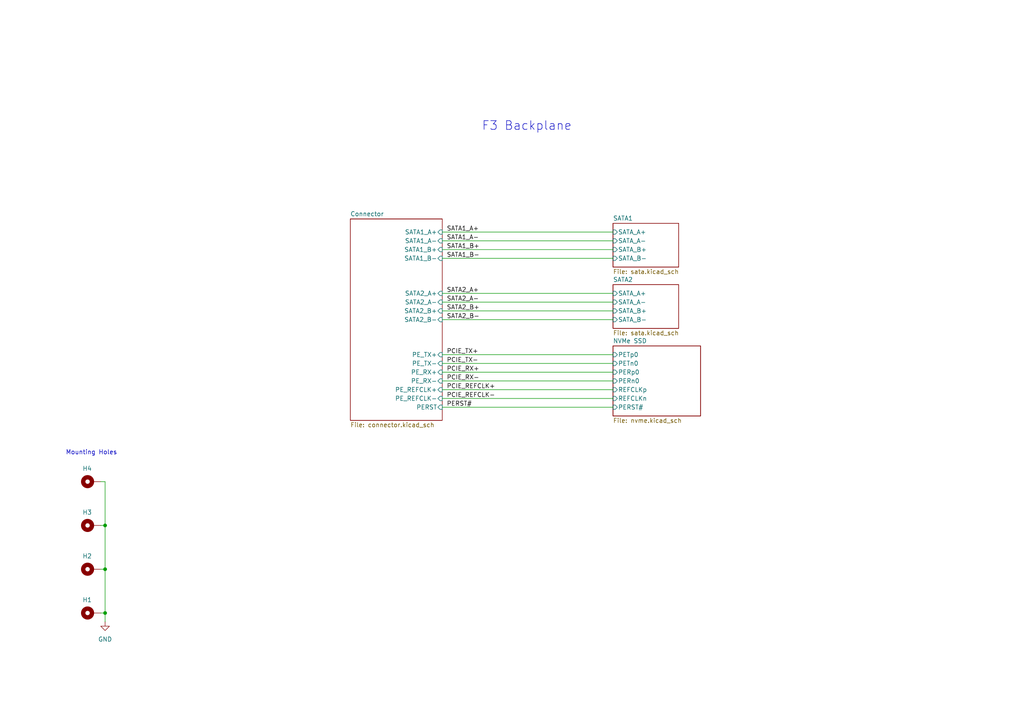
<source format=kicad_sch>
(kicad_sch
	(version 20250114)
	(generator "eeschema")
	(generator_version "9.0")
	(uuid "a299def6-d097-4d1a-85e0-73dfb51409a1")
	(paper "A4")
	(title_block
		(title "F3 Backplane")
		(rev "1.0")
	)
	(lib_symbols
		(symbol "Mechanical:MountingHole_Pad"
			(pin_numbers
				(hide yes)
			)
			(pin_names
				(offset 1.016)
				(hide yes)
			)
			(exclude_from_sim no)
			(in_bom yes)
			(on_board yes)
			(property "Reference" "H"
				(at 0 6.35 0)
				(effects
					(font
						(size 1.27 1.27)
					)
				)
			)
			(property "Value" "MountingHole_Pad"
				(at 0 4.445 0)
				(effects
					(font
						(size 1.27 1.27)
					)
				)
			)
			(property "Footprint" ""
				(at 0 0 0)
				(effects
					(font
						(size 1.27 1.27)
					)
					(hide yes)
				)
			)
			(property "Datasheet" "~"
				(at 0 0 0)
				(effects
					(font
						(size 1.27 1.27)
					)
					(hide yes)
				)
			)
			(property "Description" "Mounting Hole with connection"
				(at 0 0 0)
				(effects
					(font
						(size 1.27 1.27)
					)
					(hide yes)
				)
			)
			(property "ki_keywords" "mounting hole"
				(at 0 0 0)
				(effects
					(font
						(size 1.27 1.27)
					)
					(hide yes)
				)
			)
			(property "ki_fp_filters" "MountingHole*Pad*"
				(at 0 0 0)
				(effects
					(font
						(size 1.27 1.27)
					)
					(hide yes)
				)
			)
			(symbol "MountingHole_Pad_0_1"
				(circle
					(center 0 1.27)
					(radius 1.27)
					(stroke
						(width 1.27)
						(type default)
					)
					(fill
						(type none)
					)
				)
			)
			(symbol "MountingHole_Pad_1_1"
				(pin input line
					(at 0 -2.54 90)
					(length 2.54)
					(name "1"
						(effects
							(font
								(size 1.27 1.27)
							)
						)
					)
					(number "1"
						(effects
							(font
								(size 1.27 1.27)
							)
						)
					)
				)
			)
			(embedded_fonts no)
		)
		(symbol "MountingHole_Pad_1"
			(pin_numbers
				(hide yes)
			)
			(pin_names
				(offset 1.016)
				(hide yes)
			)
			(exclude_from_sim no)
			(in_bom yes)
			(on_board yes)
			(property "Reference" "H"
				(at 0 6.35 0)
				(effects
					(font
						(size 1.27 1.27)
					)
				)
			)
			(property "Value" "MountingHole_Pad"
				(at 0 4.445 0)
				(effects
					(font
						(size 1.27 1.27)
					)
				)
			)
			(property "Footprint" ""
				(at 0 0 0)
				(effects
					(font
						(size 1.27 1.27)
					)
					(hide yes)
				)
			)
			(property "Datasheet" "~"
				(at 0 0 0)
				(effects
					(font
						(size 1.27 1.27)
					)
					(hide yes)
				)
			)
			(property "Description" "Mounting Hole with connection"
				(at 0 0 0)
				(effects
					(font
						(size 1.27 1.27)
					)
					(hide yes)
				)
			)
			(property "ki_keywords" "mounting hole"
				(at 0 0 0)
				(effects
					(font
						(size 1.27 1.27)
					)
					(hide yes)
				)
			)
			(property "ki_fp_filters" "MountingHole*Pad*"
				(at 0 0 0)
				(effects
					(font
						(size 1.27 1.27)
					)
					(hide yes)
				)
			)
			(symbol "MountingHole_Pad_1_0_1"
				(circle
					(center 0 1.27)
					(radius 1.27)
					(stroke
						(width 1.27)
						(type default)
					)
					(fill
						(type none)
					)
				)
			)
			(symbol "MountingHole_Pad_1_1_1"
				(pin input line
					(at 0 -2.54 90)
					(length 2.54)
					(name "1"
						(effects
							(font
								(size 1.27 1.27)
							)
						)
					)
					(number "1"
						(effects
							(font
								(size 1.27 1.27)
							)
						)
					)
				)
			)
			(embedded_fonts no)
		)
		(symbol "MountingHole_Pad_2"
			(pin_numbers
				(hide yes)
			)
			(pin_names
				(offset 1.016)
				(hide yes)
			)
			(exclude_from_sim no)
			(in_bom yes)
			(on_board yes)
			(property "Reference" "H"
				(at 0 6.35 0)
				(effects
					(font
						(size 1.27 1.27)
					)
				)
			)
			(property "Value" "MountingHole_Pad"
				(at 0 4.445 0)
				(effects
					(font
						(size 1.27 1.27)
					)
				)
			)
			(property "Footprint" ""
				(at 0 0 0)
				(effects
					(font
						(size 1.27 1.27)
					)
					(hide yes)
				)
			)
			(property "Datasheet" "~"
				(at 0 0 0)
				(effects
					(font
						(size 1.27 1.27)
					)
					(hide yes)
				)
			)
			(property "Description" "Mounting Hole with connection"
				(at 0 0 0)
				(effects
					(font
						(size 1.27 1.27)
					)
					(hide yes)
				)
			)
			(property "ki_keywords" "mounting hole"
				(at 0 0 0)
				(effects
					(font
						(size 1.27 1.27)
					)
					(hide yes)
				)
			)
			(property "ki_fp_filters" "MountingHole*Pad*"
				(at 0 0 0)
				(effects
					(font
						(size 1.27 1.27)
					)
					(hide yes)
				)
			)
			(symbol "MountingHole_Pad_2_0_1"
				(circle
					(center 0 1.27)
					(radius 1.27)
					(stroke
						(width 1.27)
						(type default)
					)
					(fill
						(type none)
					)
				)
			)
			(symbol "MountingHole_Pad_2_1_1"
				(pin input line
					(at 0 -2.54 90)
					(length 2.54)
					(name "1"
						(effects
							(font
								(size 1.27 1.27)
							)
						)
					)
					(number "1"
						(effects
							(font
								(size 1.27 1.27)
							)
						)
					)
				)
			)
			(embedded_fonts no)
		)
		(symbol "MountingHole_Pad_3"
			(pin_numbers
				(hide yes)
			)
			(pin_names
				(offset 1.016)
				(hide yes)
			)
			(exclude_from_sim no)
			(in_bom yes)
			(on_board yes)
			(property "Reference" "H"
				(at 0 6.35 0)
				(effects
					(font
						(size 1.27 1.27)
					)
				)
			)
			(property "Value" "MountingHole_Pad"
				(at 0 4.445 0)
				(effects
					(font
						(size 1.27 1.27)
					)
				)
			)
			(property "Footprint" ""
				(at 0 0 0)
				(effects
					(font
						(size 1.27 1.27)
					)
					(hide yes)
				)
			)
			(property "Datasheet" "~"
				(at 0 0 0)
				(effects
					(font
						(size 1.27 1.27)
					)
					(hide yes)
				)
			)
			(property "Description" "Mounting Hole with connection"
				(at 0 0 0)
				(effects
					(font
						(size 1.27 1.27)
					)
					(hide yes)
				)
			)
			(property "ki_keywords" "mounting hole"
				(at 0 0 0)
				(effects
					(font
						(size 1.27 1.27)
					)
					(hide yes)
				)
			)
			(property "ki_fp_filters" "MountingHole*Pad*"
				(at 0 0 0)
				(effects
					(font
						(size 1.27 1.27)
					)
					(hide yes)
				)
			)
			(symbol "MountingHole_Pad_3_0_1"
				(circle
					(center 0 1.27)
					(radius 1.27)
					(stroke
						(width 1.27)
						(type default)
					)
					(fill
						(type none)
					)
				)
			)
			(symbol "MountingHole_Pad_3_1_1"
				(pin input line
					(at 0 -2.54 90)
					(length 2.54)
					(name "1"
						(effects
							(font
								(size 1.27 1.27)
							)
						)
					)
					(number "1"
						(effects
							(font
								(size 1.27 1.27)
							)
						)
					)
				)
			)
			(embedded_fonts no)
		)
		(symbol "power:GND"
			(power)
			(pin_names
				(offset 0)
			)
			(exclude_from_sim no)
			(in_bom yes)
			(on_board yes)
			(property "Reference" "#PWR"
				(at 0 -6.35 0)
				(effects
					(font
						(size 1.27 1.27)
					)
					(hide yes)
				)
			)
			(property "Value" "GND"
				(at 0 -3.81 0)
				(effects
					(font
						(size 1.27 1.27)
					)
				)
			)
			(property "Footprint" ""
				(at 0 0 0)
				(effects
					(font
						(size 1.27 1.27)
					)
					(hide yes)
				)
			)
			(property "Datasheet" ""
				(at 0 0 0)
				(effects
					(font
						(size 1.27 1.27)
					)
					(hide yes)
				)
			)
			(property "Description" "Power symbol creates a global label with name \"GND\" , ground"
				(at 0 0 0)
				(effects
					(font
						(size 1.27 1.27)
					)
					(hide yes)
				)
			)
			(property "ki_keywords" "global power"
				(at 0 0 0)
				(effects
					(font
						(size 1.27 1.27)
					)
					(hide yes)
				)
			)
			(symbol "GND_0_1"
				(polyline
					(pts
						(xy 0 0) (xy 0 -1.27) (xy 1.27 -1.27) (xy 0 -2.54) (xy -1.27 -1.27) (xy 0 -1.27)
					)
					(stroke
						(width 0)
						(type default)
					)
					(fill
						(type none)
					)
				)
			)
			(symbol "GND_1_1"
				(pin power_in line
					(at 0 0 270)
					(length 0)
					(hide yes)
					(name "GND"
						(effects
							(font
								(size 1.27 1.27)
							)
						)
					)
					(number "1"
						(effects
							(font
								(size 1.27 1.27)
							)
						)
					)
				)
			)
			(embedded_fonts no)
		)
	)
	(text "F3 Backplane"
		(exclude_from_sim no)
		(at 139.7 38.1 0)
		(effects
			(font
				(size 2.54 2.54)
			)
			(justify left bottom)
		)
		(uuid "336255f3-6335-48c6-b07e-19221b935430")
	)
	(text "Mounting Holes"
		(exclude_from_sim no)
		(at 19.05 132.08 0)
		(effects
			(font
				(size 1.27 1.27)
			)
			(justify left bottom)
		)
		(uuid "81fc4dc8-5d03-4107-b21d-a5337dfe8c28")
	)
	(junction
		(at 30.48 177.8)
		(diameter 0)
		(color 0 0 0 0)
		(uuid "7e15609c-fd22-4bba-a34a-3ef203b9898b")
	)
	(junction
		(at 30.48 152.4)
		(diameter 0)
		(color 0 0 0 0)
		(uuid "c0206a0c-e429-4a27-81a7-51159c5d424e")
	)
	(junction
		(at 30.48 165.1)
		(diameter 0)
		(color 0 0 0 0)
		(uuid "da06bb3c-4518-4b17-b11c-de13595af037")
	)
	(wire
		(pts
			(xy 30.48 139.7) (xy 30.48 152.4)
		)
		(stroke
			(width 0)
			(type default)
		)
		(uuid "08249e59-dc03-4b93-b7d3-50ad60b4b86d")
	)
	(wire
		(pts
			(xy 128.27 85.09) (xy 177.8 85.09)
		)
		(stroke
			(width 0)
			(type default)
		)
		(uuid "0f6bda05-2862-411e-a138-b7d9e27fc9d8")
	)
	(wire
		(pts
			(xy 128.27 67.31) (xy 177.8 67.31)
		)
		(stroke
			(width 0)
			(type default)
		)
		(uuid "198e2a59-f3ab-41e3-8b77-21cf7c27ec71")
	)
	(wire
		(pts
			(xy 128.27 92.71) (xy 177.8 92.71)
		)
		(stroke
			(width 0)
			(type default)
		)
		(uuid "313218c1-2b24-4ce3-b2ae-b37db7e5f032")
	)
	(wire
		(pts
			(xy 29.21 152.4) (xy 30.48 152.4)
		)
		(stroke
			(width 0)
			(type default)
		)
		(uuid "32e3cd1d-f1df-4791-ba60-93e4e50446ca")
	)
	(wire
		(pts
			(xy 128.27 107.95) (xy 177.8 107.95)
		)
		(stroke
			(width 0)
			(type default)
		)
		(uuid "3dbb3a83-733c-404f-995b-0a694f90565a")
	)
	(wire
		(pts
			(xy 128.27 74.93) (xy 177.8 74.93)
		)
		(stroke
			(width 0)
			(type default)
		)
		(uuid "6e8394c1-3bda-4a1e-9521-c9e036b711fc")
	)
	(wire
		(pts
			(xy 128.27 118.11) (xy 177.8 118.11)
		)
		(stroke
			(width 0)
			(type default)
		)
		(uuid "70c41de2-c256-424a-8211-ea60427cb6f2")
	)
	(wire
		(pts
			(xy 29.21 165.1) (xy 30.48 165.1)
		)
		(stroke
			(width 0)
			(type default)
		)
		(uuid "7fa220f3-2cb2-49e2-9be7-d1213ba6d1bb")
	)
	(wire
		(pts
			(xy 30.48 180.34) (xy 30.48 177.8)
		)
		(stroke
			(width 0)
			(type default)
		)
		(uuid "84257797-1ad9-45ea-bef8-8c70af20fff0")
	)
	(wire
		(pts
			(xy 30.48 165.1) (xy 30.48 177.8)
		)
		(stroke
			(width 0)
			(type default)
		)
		(uuid "8470bb92-2fd4-4396-8436-591614a7e5fb")
	)
	(wire
		(pts
			(xy 128.27 90.17) (xy 177.8 90.17)
		)
		(stroke
			(width 0)
			(type default)
		)
		(uuid "95b83967-a9c9-43b5-b276-7c6b3cf31090")
	)
	(wire
		(pts
			(xy 128.27 110.49) (xy 177.8 110.49)
		)
		(stroke
			(width 0)
			(type default)
		)
		(uuid "a27c333d-7d95-4c8a-8965-369a3f3048d4")
	)
	(wire
		(pts
			(xy 128.27 115.57) (xy 177.8 115.57)
		)
		(stroke
			(width 0)
			(type default)
		)
		(uuid "a9330df0-d6b5-43e0-8c9c-0fbf1c60b5f7")
	)
	(wire
		(pts
			(xy 128.27 69.85) (xy 177.8 69.85)
		)
		(stroke
			(width 0)
			(type default)
		)
		(uuid "b7901eab-283a-479e-bf6b-ac086d5f808d")
	)
	(wire
		(pts
			(xy 29.21 177.8) (xy 30.48 177.8)
		)
		(stroke
			(width 0)
			(type default)
		)
		(uuid "c0e858bf-2799-49b0-889c-88ea3bfab2f6")
	)
	(wire
		(pts
			(xy 30.48 152.4) (xy 30.48 165.1)
		)
		(stroke
			(width 0)
			(type default)
		)
		(uuid "c81f8fbd-442b-430e-aab4-5421f9a2d4a1")
	)
	(wire
		(pts
			(xy 128.27 72.39) (xy 177.8 72.39)
		)
		(stroke
			(width 0)
			(type default)
		)
		(uuid "cfcd9746-1671-4151-972b-3e72c0e5b5ff")
	)
	(wire
		(pts
			(xy 29.21 139.7) (xy 30.48 139.7)
		)
		(stroke
			(width 0)
			(type default)
		)
		(uuid "d484baa4-0c3f-4495-8d94-d85cb49fa36f")
	)
	(wire
		(pts
			(xy 128.27 102.87) (xy 177.8 102.87)
		)
		(stroke
			(width 0)
			(type default)
		)
		(uuid "e69edbc1-2900-462c-ae0f-7a12cd827ee8")
	)
	(wire
		(pts
			(xy 128.27 105.41) (xy 177.8 105.41)
		)
		(stroke
			(width 0)
			(type default)
		)
		(uuid "ed4fef79-6142-4c63-a9b3-c4a6cb621cff")
	)
	(wire
		(pts
			(xy 128.27 87.63) (xy 177.8 87.63)
		)
		(stroke
			(width 0)
			(type default)
		)
		(uuid "f3e9128f-17d0-4b38-8327-940e626ce96c")
	)
	(wire
		(pts
			(xy 128.27 113.03) (xy 177.8 113.03)
		)
		(stroke
			(width 0)
			(type default)
		)
		(uuid "fe09258f-2f88-4c3e-a72f-6288fd42424c")
	)
	(label "PCIE_RX-"
		(at 129.54 110.49 0)
		(effects
			(font
				(size 1.27 1.27)
			)
			(justify left bottom)
		)
		(uuid "1dbb8529-ea86-4e16-b802-b7520348c093")
	)
	(label "PCIE_TX-"
		(at 129.54 105.41 0)
		(effects
			(font
				(size 1.27 1.27)
			)
			(justify left bottom)
		)
		(uuid "1fbf3a8e-cc6e-4034-aa22-fefa877e9f22")
	)
	(label "PCIE_RX+"
		(at 129.54 107.95 0)
		(effects
			(font
				(size 1.27 1.27)
			)
			(justify left bottom)
		)
		(uuid "40218129-b4d0-40c9-be32-febd5a55d2ff")
	)
	(label "SATA1_A+"
		(at 129.54 67.31 0)
		(effects
			(font
				(size 1.27 1.27)
			)
			(justify left bottom)
		)
		(uuid "40fe0574-d2c7-454c-8279-75739abae91d")
	)
	(label "SATA2_A+"
		(at 129.54 85.09 0)
		(effects
			(font
				(size 1.27 1.27)
			)
			(justify left bottom)
		)
		(uuid "4a55abc3-463c-4e4e-ae6f-2e2a7eda131c")
	)
	(label "PCIE_TX+"
		(at 129.54 102.87 0)
		(effects
			(font
				(size 1.27 1.27)
			)
			(justify left bottom)
		)
		(uuid "60447a10-3b1b-4039-b6ab-8ccbde3eda22")
	)
	(label "PCIE_REFCLK+"
		(at 129.54 113.03 0)
		(effects
			(font
				(size 1.27 1.27)
			)
			(justify left bottom)
		)
		(uuid "66ab9472-7c2f-48d2-87e1-375e93a8f225")
	)
	(label "SATA2_B-"
		(at 129.54 92.71 0)
		(effects
			(font
				(size 1.27 1.27)
			)
			(justify left bottom)
		)
		(uuid "673bb806-b9af-4a04-919a-75bc70a7a327")
	)
	(label "SATA1_A-"
		(at 129.54 69.85 0)
		(effects
			(font
				(size 1.27 1.27)
			)
			(justify left bottom)
		)
		(uuid "6a3b6e57-a02b-4e4a-9248-e659c4a48080")
	)
	(label "PCIE_REFCLK-"
		(at 129.54 115.57 0)
		(effects
			(font
				(size 1.27 1.27)
			)
			(justify left bottom)
		)
		(uuid "7b19d0dc-f6d6-4c71-8b43-497a3cbd7e74")
	)
	(label "SATA2_A-"
		(at 129.54 87.63 0)
		(effects
			(font
				(size 1.27 1.27)
			)
			(justify left bottom)
		)
		(uuid "89e7d23c-1e72-4c65-a07b-39194678ab23")
	)
	(label "PERST#"
		(at 129.54 118.11 0)
		(effects
			(font
				(size 1.27 1.27)
			)
			(justify left bottom)
		)
		(uuid "9c5b8144-edec-45ea-98b5-db944dc67bd5")
	)
	(label "SATA1_B-"
		(at 129.54 74.93 0)
		(effects
			(font
				(size 1.27 1.27)
			)
			(justify left bottom)
		)
		(uuid "a441716e-1e60-4b9a-ab86-32d5738e4fd7")
	)
	(label "SATA1_B+"
		(at 129.54 72.39 0)
		(effects
			(font
				(size 1.27 1.27)
			)
			(justify left bottom)
		)
		(uuid "a4f98e48-30c9-42fc-8afc-0c15da63d69d")
	)
	(label "SATA2_B+"
		(at 129.54 90.17 0)
		(effects
			(font
				(size 1.27 1.27)
			)
			(justify left bottom)
		)
		(uuid "f8c2c1b9-1da9-4e9c-b9bc-8b66f9615dff")
	)
	(symbol
		(lib_id "Mechanical:MountingHole_Pad")
		(at 26.67 165.1 90)
		(unit 1)
		(exclude_from_sim no)
		(in_bom no)
		(on_board yes)
		(dnp no)
		(uuid "19fe4fc9-e28e-4f11-80b4-e785af958594")
		(property "Reference" "H2"
			(at 26.67 161.29 90)
			(effects
				(font
					(size 1.27 1.27)
				)
				(justify left)
			)
		)
		(property "Value" "MountingHole_Pad"
			(at 26.67 162.56 0)
			(effects
				(font
					(size 1.27 1.27)
				)
				(justify left)
				(hide yes)
			)
		)
		(property "Footprint" "Mounting:MountingHole_3.5mm_Pad_Via_With_Alignment_Hole"
			(at 26.67 165.1 0)
			(effects
				(font
					(size 1.27 1.27)
				)
				(hide yes)
			)
		)
		(property "Datasheet" "~"
			(at 26.67 165.1 0)
			(effects
				(font
					(size 1.27 1.27)
				)
				(hide yes)
			)
		)
		(property "Description" ""
			(at 26.67 165.1 0)
			(effects
				(font
					(size 1.27 1.27)
				)
			)
		)
		(pin "1"
			(uuid "e70ff5a6-cdba-4213-aca8-85d325ad7411")
		)
		(instances
			(project "f3_backplane"
				(path "/a299def6-d097-4d1a-85e0-73dfb51409a1"
					(reference "H2")
					(unit 1)
				)
			)
		)
	)
	(symbol
		(lib_id "power:GND")
		(at 30.48 180.34 0)
		(unit 1)
		(exclude_from_sim no)
		(in_bom yes)
		(on_board yes)
		(dnp no)
		(fields_autoplaced yes)
		(uuid "5095282f-a5a4-4fce-9a80-53216088b836")
		(property "Reference" "#PWR04"
			(at 30.48 186.69 0)
			(effects
				(font
					(size 1.27 1.27)
				)
				(hide yes)
			)
		)
		(property "Value" "GND"
			(at 30.48 185.42 0)
			(effects
				(font
					(size 1.27 1.27)
				)
			)
		)
		(property "Footprint" ""
			(at 30.48 180.34 0)
			(effects
				(font
					(size 1.27 1.27)
				)
				(hide yes)
			)
		)
		(property "Datasheet" ""
			(at 30.48 180.34 0)
			(effects
				(font
					(size 1.27 1.27)
				)
				(hide yes)
			)
		)
		(property "Description" ""
			(at 30.48 180.34 0)
			(effects
				(font
					(size 1.27 1.27)
				)
			)
		)
		(pin "1"
			(uuid "4d106df8-d814-4133-be43-12f7df528c8a")
		)
		(instances
			(project "f3_backplane"
				(path "/a299def6-d097-4d1a-85e0-73dfb51409a1"
					(reference "#PWR04")
					(unit 1)
				)
			)
		)
	)
	(symbol
		(lib_name "MountingHole_Pad_3")
		(lib_id "Mechanical:MountingHole_Pad")
		(at 26.67 152.4 90)
		(unit 1)
		(exclude_from_sim no)
		(in_bom no)
		(on_board yes)
		(dnp no)
		(uuid "682abb08-faf9-4cf3-89c6-47ceb02e7d91")
		(property "Reference" "H3"
			(at 26.67 148.59 90)
			(effects
				(font
					(size 1.27 1.27)
				)
				(justify left)
			)
		)
		(property "Value" "MountingHole_Pad"
			(at 26.67 149.86 0)
			(effects
				(font
					(size 1.27 1.27)
				)
				(justify left)
				(hide yes)
			)
		)
		(property "Footprint" "Mounting:MountingHole_3.5mm_Pad_Via_With_Alignment_Hole"
			(at 26.67 152.4 0)
			(effects
				(font
					(size 1.27 1.27)
				)
				(hide yes)
			)
		)
		(property "Datasheet" "~"
			(at 26.67 152.4 0)
			(effects
				(font
					(size 1.27 1.27)
				)
				(hide yes)
			)
		)
		(property "Description" ""
			(at 26.67 152.4 0)
			(effects
				(font
					(size 1.27 1.27)
				)
			)
		)
		(pin "1"
			(uuid "cefac647-f4b2-472b-8ce7-279fdcea6404")
		)
		(instances
			(project "f3_backplane"
				(path "/a299def6-d097-4d1a-85e0-73dfb51409a1"
					(reference "H3")
					(unit 1)
				)
			)
		)
	)
	(symbol
		(lib_name "MountingHole_Pad_2")
		(lib_id "Mechanical:MountingHole_Pad")
		(at 26.67 177.8 90)
		(unit 1)
		(exclude_from_sim no)
		(in_bom no)
		(on_board yes)
		(dnp no)
		(uuid "bccd21aa-b1d5-4552-afa4-f5d9d81ebfef")
		(property "Reference" "H1"
			(at 26.67 173.99 90)
			(effects
				(font
					(size 1.27 1.27)
				)
				(justify left)
			)
		)
		(property "Value" "MountingHole_Pad"
			(at 26.67 175.26 0)
			(effects
				(font
					(size 1.27 1.27)
				)
				(justify left)
				(hide yes)
			)
		)
		(property "Footprint" "Mounting:MountingHole_3.5mm_Pad_Via_With_Alignment_Hole"
			(at 26.67 177.8 0)
			(effects
				(font
					(size 1.27 1.27)
				)
				(hide yes)
			)
		)
		(property "Datasheet" "~"
			(at 26.67 177.8 0)
			(effects
				(font
					(size 1.27 1.27)
				)
				(hide yes)
			)
		)
		(property "Description" ""
			(at 26.67 177.8 0)
			(effects
				(font
					(size 1.27 1.27)
				)
			)
		)
		(pin "1"
			(uuid "e4ccfff0-ce3a-4bbe-8d63-6943a88bd2ad")
		)
		(instances
			(project "f3_backplane"
				(path "/a299def6-d097-4d1a-85e0-73dfb51409a1"
					(reference "H1")
					(unit 1)
				)
			)
		)
	)
	(symbol
		(lib_name "MountingHole_Pad_1")
		(lib_id "Mechanical:MountingHole_Pad")
		(at 26.67 139.7 90)
		(unit 1)
		(exclude_from_sim no)
		(in_bom no)
		(on_board yes)
		(dnp no)
		(uuid "c05b5990-dcd4-42f1-b4c3-6c3f3da9ec10")
		(property "Reference" "H4"
			(at 26.67 135.89 90)
			(effects
				(font
					(size 1.27 1.27)
				)
				(justify left)
			)
		)
		(property "Value" "MountingHole_Pad"
			(at 44.45 143.51 90)
			(effects
				(font
					(size 1.27 1.27)
				)
				(justify left)
				(hide yes)
			)
		)
		(property "Footprint" "Mounting:MountingHole_3.5mm_Pad_Via_With_Alignment_Hole"
			(at 26.67 139.7 0)
			(effects
				(font
					(size 1.27 1.27)
				)
				(hide yes)
			)
		)
		(property "Datasheet" "~"
			(at 26.67 139.7 0)
			(effects
				(font
					(size 1.27 1.27)
				)
				(hide yes)
			)
		)
		(property "Description" ""
			(at 26.67 139.7 0)
			(effects
				(font
					(size 1.27 1.27)
				)
			)
		)
		(pin "1"
			(uuid "2dbd532e-67e7-4220-847b-b7fa6bf31ef3")
		)
		(instances
			(project "f3_backplane"
				(path "/a299def6-d097-4d1a-85e0-73dfb51409a1"
					(reference "H4")
					(unit 1)
				)
			)
		)
	)
	(sheet
		(at 177.8 100.33)
		(size 25.4 20.32)
		(exclude_from_sim no)
		(in_bom yes)
		(on_board yes)
		(dnp no)
		(fields_autoplaced yes)
		(stroke
			(width 0.1524)
			(type solid)
		)
		(fill
			(color 0 0 0 0.0000)
		)
		(uuid "202bb724-71cd-4616-9d27-23a22423f280")
		(property "Sheetname" "NVMe SSD"
			(at 177.8 99.6184 0)
			(effects
				(font
					(size 1.27 1.27)
				)
				(justify left bottom)
			)
		)
		(property "Sheetfile" "nvme.kicad_sch"
			(at 177.8 121.2346 0)
			(effects
				(font
					(size 1.27 1.27)
				)
				(justify left top)
			)
		)
		(pin "REFCLKp" input
			(at 177.8 113.03 180)
			(uuid "933ffe73-e5d6-49a9-9e9d-940a4575e415")
			(effects
				(font
					(size 1.27 1.27)
				)
				(justify left)
			)
		)
		(pin "REFCLKn" input
			(at 177.8 115.57 180)
			(uuid "434427a0-645b-41d2-80fa-96af6f4e95db")
			(effects
				(font
					(size 1.27 1.27)
				)
				(justify left)
			)
		)
		(pin "PETp0" input
			(at 177.8 102.87 180)
			(uuid "c958fdf2-e5f9-4c64-b088-67c52961baad")
			(effects
				(font
					(size 1.27 1.27)
				)
				(justify left)
			)
		)
		(pin "PERp0" input
			(at 177.8 107.95 180)
			(uuid "1564f54f-3e14-482f-889b-b5b71c0d20d1")
			(effects
				(font
					(size 1.27 1.27)
				)
				(justify left)
			)
		)
		(pin "PETn0" input
			(at 177.8 105.41 180)
			(uuid "5c34d32c-be7c-4cfd-beb5-ba2ec66a952e")
			(effects
				(font
					(size 1.27 1.27)
				)
				(justify left)
			)
		)
		(pin "PERn0" input
			(at 177.8 110.49 180)
			(uuid "1aad4dbc-8927-49be-b755-785e6f0cf317")
			(effects
				(font
					(size 1.27 1.27)
				)
				(justify left)
			)
		)
		(pin "PERST#" input
			(at 177.8 118.11 180)
			(uuid "a8294f84-f8f8-4c1f-9c3c-52029d5e02d2")
			(effects
				(font
					(size 1.27 1.27)
				)
				(justify left)
			)
		)
		(instances
			(project "f3_backplane"
				(path "/a299def6-d097-4d1a-85e0-73dfb51409a1"
					(page "3")
				)
			)
		)
	)
	(sheet
		(at 101.6 63.5)
		(size 26.67 58.42)
		(exclude_from_sim no)
		(in_bom yes)
		(on_board yes)
		(dnp no)
		(fields_autoplaced yes)
		(stroke
			(width 0.1524)
			(type solid)
		)
		(fill
			(color 0 0 0 0.0000)
		)
		(uuid "25826575-b045-4462-b24e-402579bc081c")
		(property "Sheetname" "Connector"
			(at 101.6 62.7884 0)
			(effects
				(font
					(size 1.27 1.27)
				)
				(justify left bottom)
			)
		)
		(property "Sheetfile" "connector.kicad_sch"
			(at 101.6 122.5046 0)
			(effects
				(font
					(size 1.27 1.27)
				)
				(justify left top)
			)
		)
		(pin "SATA1_A+" input
			(at 128.27 67.31 0)
			(uuid "1cffe85f-981a-424f-a0e9-617233a9380b")
			(effects
				(font
					(size 1.27 1.27)
				)
				(justify right)
			)
		)
		(pin "SATA1_B+" input
			(at 128.27 72.39 0)
			(uuid "1389b0da-d92c-4def-9177-8b930df9d090")
			(effects
				(font
					(size 1.27 1.27)
				)
				(justify right)
			)
		)
		(pin "SATA1_A-" input
			(at 128.27 69.85 0)
			(uuid "05f02a7f-ee8e-4e84-a066-0a9889a49f34")
			(effects
				(font
					(size 1.27 1.27)
				)
				(justify right)
			)
		)
		(pin "SATA1_B-" input
			(at 128.27 74.93 0)
			(uuid "2dfc076b-2f24-4cbe-af3c-6c11e60214f0")
			(effects
				(font
					(size 1.27 1.27)
				)
				(justify right)
			)
		)
		(pin "SATA2_A+" input
			(at 128.27 85.09 0)
			(uuid "3871b7dd-6adf-466d-9ec6-21315a780a9b")
			(effects
				(font
					(size 1.27 1.27)
				)
				(justify right)
			)
		)
		(pin "SATA2_A-" input
			(at 128.27 87.63 0)
			(uuid "a51470ca-9ef9-4041-ac59-13236f104ef8")
			(effects
				(font
					(size 1.27 1.27)
				)
				(justify right)
			)
		)
		(pin "SATA2_B+" input
			(at 128.27 90.17 0)
			(uuid "066acb52-1606-4152-9f4a-f8c47fd541af")
			(effects
				(font
					(size 1.27 1.27)
				)
				(justify right)
			)
		)
		(pin "SATA2_B-" input
			(at 128.27 92.71 0)
			(uuid "d54edd21-347c-44c5-a94d-ec005cb88837")
			(effects
				(font
					(size 1.27 1.27)
				)
				(justify right)
			)
		)
		(pin "PE_TX-" input
			(at 128.27 105.41 0)
			(uuid "5a8c30d6-9c56-4169-b9bb-5d7d91cd2021")
			(effects
				(font
					(size 1.27 1.27)
				)
				(justify right)
			)
		)
		(pin "PE_TX+" input
			(at 128.27 102.87 0)
			(uuid "605e6207-8462-4c74-8c2e-f502d5a684e7")
			(effects
				(font
					(size 1.27 1.27)
				)
				(justify right)
			)
		)
		(pin "PE_RX+" input
			(at 128.27 107.95 0)
			(uuid "1da56b7c-e143-4502-a7e6-64875ebc99e2")
			(effects
				(font
					(size 1.27 1.27)
				)
				(justify right)
			)
		)
		(pin "PE_RX-" input
			(at 128.27 110.49 0)
			(uuid "0d1a6b91-0f85-414c-8bd7-470c677664aa")
			(effects
				(font
					(size 1.27 1.27)
				)
				(justify right)
			)
		)
		(pin "PE_REFCLK+" input
			(at 128.27 113.03 0)
			(uuid "c43868d0-7b81-476e-8b3e-950c738218da")
			(effects
				(font
					(size 1.27 1.27)
				)
				(justify right)
			)
		)
		(pin "PE_REFCLK-" input
			(at 128.27 115.57 0)
			(uuid "e8749723-15cb-4751-9e1c-1cc9c25b6c5f")
			(effects
				(font
					(size 1.27 1.27)
				)
				(justify right)
			)
		)
		(pin "PERST" input
			(at 128.27 118.11 0)
			(uuid "ff033594-3c93-420c-86f0-148ee31cbbc5")
			(effects
				(font
					(size 1.27 1.27)
				)
				(justify right)
			)
		)
		(instances
			(project "f3_backplane"
				(path "/a299def6-d097-4d1a-85e0-73dfb51409a1"
					(page "2")
				)
			)
		)
	)
	(sheet
		(at 177.8 82.55)
		(size 19.05 12.7)
		(exclude_from_sim no)
		(in_bom yes)
		(on_board yes)
		(dnp no)
		(fields_autoplaced yes)
		(stroke
			(width 0.1524)
			(type solid)
		)
		(fill
			(color 0 0 0 0.0000)
		)
		(uuid "a80413a3-5af5-41f8-af69-ba03c5296e86")
		(property "Sheetname" "SATA2"
			(at 177.8 81.8384 0)
			(effects
				(font
					(size 1.27 1.27)
				)
				(justify left bottom)
			)
		)
		(property "Sheetfile" "sata.kicad_sch"
			(at 177.8 95.8346 0)
			(effects
				(font
					(size 1.27 1.27)
				)
				(justify left top)
			)
		)
		(pin "SATA_A+" input
			(at 177.8 85.09 180)
			(uuid "ff38d6b0-94a9-4d35-b320-ac413f109a70")
			(effects
				(font
					(size 1.27 1.27)
				)
				(justify left)
			)
		)
		(pin "SATA_A-" input
			(at 177.8 87.63 180)
			(uuid "f9c3b19d-7347-45f3-9979-3713e41305f1")
			(effects
				(font
					(size 1.27 1.27)
				)
				(justify left)
			)
		)
		(pin "SATA_B+" input
			(at 177.8 90.17 180)
			(uuid "dff3fa29-7311-4ff7-9774-1bbc71e4134c")
			(effects
				(font
					(size 1.27 1.27)
				)
				(justify left)
			)
		)
		(pin "SATA_B-" input
			(at 177.8 92.71 180)
			(uuid "9fcfd5bd-ca4e-4021-a018-f79461c1f1dc")
			(effects
				(font
					(size 1.27 1.27)
				)
				(justify left)
			)
		)
		(instances
			(project "f3_backplane"
				(path "/a299def6-d097-4d1a-85e0-73dfb51409a1"
					(page "5")
				)
			)
		)
	)
	(sheet
		(at 177.8 64.77)
		(size 19.05 12.7)
		(exclude_from_sim no)
		(in_bom yes)
		(on_board yes)
		(dnp no)
		(fields_autoplaced yes)
		(stroke
			(width 0.1524)
			(type solid)
		)
		(fill
			(color 0 0 0 0.0000)
		)
		(uuid "fd55da5d-e135-48ab-a8ce-4a8b6f8ed8ef")
		(property "Sheetname" "SATA1"
			(at 177.8 64.0584 0)
			(effects
				(font
					(size 1.27 1.27)
				)
				(justify left bottom)
			)
		)
		(property "Sheetfile" "sata.kicad_sch"
			(at 177.8 78.0546 0)
			(effects
				(font
					(size 1.27 1.27)
				)
				(justify left top)
			)
		)
		(pin "SATA_A+" input
			(at 177.8 67.31 180)
			(uuid "bf3abfe5-bab3-4e8b-8ad0-35c8c31c6270")
			(effects
				(font
					(size 1.27 1.27)
				)
				(justify left)
			)
		)
		(pin "SATA_A-" input
			(at 177.8 69.85 180)
			(uuid "924172b6-6199-4da5-bc36-c40e9e4c7207")
			(effects
				(font
					(size 1.27 1.27)
				)
				(justify left)
			)
		)
		(pin "SATA_B+" input
			(at 177.8 72.39 180)
			(uuid "3762c06b-e57b-4b31-b172-1faf1384e880")
			(effects
				(font
					(size 1.27 1.27)
				)
				(justify left)
			)
		)
		(pin "SATA_B-" input
			(at 177.8 74.93 180)
			(uuid "1f34455d-74ac-4350-8153-f3f15f49e1dd")
			(effects
				(font
					(size 1.27 1.27)
				)
				(justify left)
			)
		)
		(instances
			(project "f3_backplane"
				(path "/a299def6-d097-4d1a-85e0-73dfb51409a1"
					(page "4")
				)
			)
		)
	)
	(sheet_instances
		(path "/"
			(page "1")
		)
	)
	(embedded_fonts no)
)

</source>
